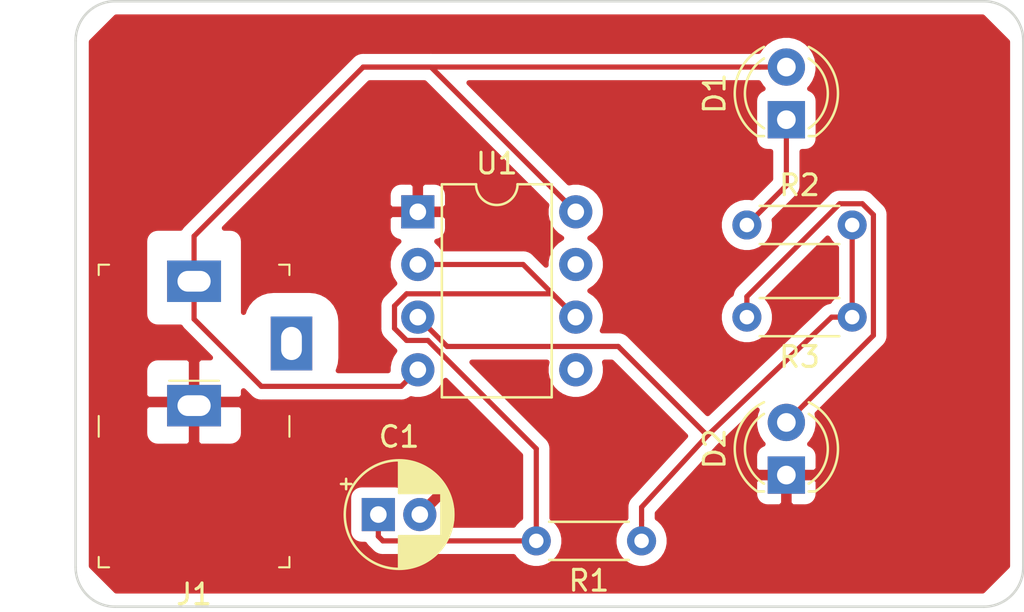
<source format=kicad_pcb>
(kicad_pcb (version 20171130) (host pcbnew 5.1.5-1.fc31)

  (general
    (thickness 1.6)
    (drawings 8)
    (tracks 42)
    (zones 0)
    (modules 8)
    (nets 9)
  )

  (page A4)
  (layers
    (0 F.Cu signal)
    (31 B.Cu signal)
    (32 B.Adhes user)
    (33 F.Adhes user)
    (34 B.Paste user)
    (35 F.Paste user)
    (36 B.SilkS user)
    (37 F.SilkS user)
    (38 B.Mask user)
    (39 F.Mask user)
    (40 Dwgs.User user)
    (41 Cmts.User user)
    (42 Eco1.User user)
    (43 Eco2.User user)
    (44 Edge.Cuts user)
    (45 Margin user)
    (46 B.CrtYd user)
    (47 F.CrtYd user)
    (48 B.Fab user)
    (49 F.Fab user)
  )

  (setup
    (last_trace_width 0.25)
    (trace_clearance 0.2)
    (zone_clearance 0.508)
    (zone_45_only no)
    (trace_min 0.2)
    (via_size 0.8)
    (via_drill 0.4)
    (via_min_size 0.4)
    (via_min_drill 0.3)
    (uvia_size 0.3)
    (uvia_drill 0.1)
    (uvias_allowed no)
    (uvia_min_size 0.2)
    (uvia_min_drill 0.1)
    (edge_width 0.05)
    (segment_width 0.2)
    (pcb_text_width 0.3)
    (pcb_text_size 1.5 1.5)
    (mod_edge_width 0.12)
    (mod_text_size 1 1)
    (mod_text_width 0.15)
    (pad_size 1.524 1.524)
    (pad_drill 0.762)
    (pad_to_mask_clearance 0.051)
    (solder_mask_min_width 0.25)
    (aux_axis_origin 0 0)
    (visible_elements FFFFFF7F)
    (pcbplotparams
      (layerselection 0x010fc_ffffffff)
      (usegerberextensions false)
      (usegerberattributes false)
      (usegerberadvancedattributes false)
      (creategerberjobfile false)
      (excludeedgelayer true)
      (linewidth 0.100000)
      (plotframeref false)
      (viasonmask false)
      (mode 1)
      (useauxorigin false)
      (hpglpennumber 1)
      (hpglpenspeed 20)
      (hpglpendiameter 15.000000)
      (psnegative false)
      (psa4output false)
      (plotreference true)
      (plotvalue true)
      (plotinvisibletext false)
      (padsonsilk false)
      (subtractmaskfromsilk false)
      (outputformat 1)
      (mirror false)
      (drillshape 1)
      (scaleselection 1)
      (outputdirectory ""))
  )

  (net 0 "")
  (net 1 GND)
  (net 2 "Net-(C1-Pad1)")
  (net 3 +9V)
  (net 4 "Net-(D1-Pad1)")
  (net 5 "Net-(D2-Pad2)")
  (net 6 "Net-(R1-Pad1)")
  (net 7 "Net-(U1-Pad7)")
  (net 8 "Net-(U1-Pad5)")

  (net_class Default "This is the default net class."
    (clearance 0.2)
    (trace_width 0.25)
    (via_dia 0.8)
    (via_drill 0.4)
    (uvia_dia 0.3)
    (uvia_drill 0.1)
    (add_net +9V)
    (add_net GND)
    (add_net "Net-(C1-Pad1)")
    (add_net "Net-(D1-Pad1)")
    (add_net "Net-(D2-Pad2)")
    (add_net "Net-(R1-Pad1)")
    (add_net "Net-(U1-Pad5)")
    (add_net "Net-(U1-Pad7)")
  )

  (module digikey-footprints:Barrel_Jack_5.5mmODx2.1mmID_PJ-102A (layer F.Cu) (tedit 5CAD146F) (tstamp 5E2AB805)
    (at 101.6 119.38 180)
    (path /5E2CDA58)
    (fp_text reference J1 (at 0 -12.1) (layer F.SilkS)
      (effects (font (size 1 1) (thickness 0.15)))
    )
    (fp_text value Barrel_Jack_MountingPin (at 0 5.8) (layer F.Fab)
      (effects (font (size 1 1) (thickness 0.15)))
    )
    (fp_line (start -4.5 3.7) (end 4.5 3.7) (layer F.Fab) (width 0.1))
    (fp_line (start -4.5 3.7) (end -4.5 -10.7) (layer F.Fab) (width 0.1))
    (fp_line (start 4.5 3.7) (end 4.5 -10.7) (layer F.Fab) (width 0.1))
    (fp_line (start -4.5 -10.7) (end 4.5 -10.7) (layer F.Fab) (width 0.1))
    (fp_line (start 4.6 3.8) (end 4.1 3.8) (layer F.SilkS) (width 0.1))
    (fp_line (start 4.6 3.8) (end 4.6 3.3) (layer F.SilkS) (width 0.1))
    (fp_line (start -4.6 3.8) (end -4.1 3.8) (layer F.SilkS) (width 0.1))
    (fp_line (start -4.6 3.8) (end -4.6 3.3) (layer F.SilkS) (width 0.1))
    (fp_line (start -1.2 -1.8) (end 1.2 -1.8) (layer F.SilkS) (width 0.1))
    (fp_line (start -4.6 -10.8) (end -4.6 -10.3) (layer F.SilkS) (width 0.1))
    (fp_line (start -4.6 -10.8) (end -4.1 -10.8) (layer F.SilkS) (width 0.1))
    (fp_line (start 4.6 -10.8) (end 4.1 -10.8) (layer F.SilkS) (width 0.1))
    (fp_line (start 4.6 -10.8) (end 4.6 -10.3) (layer F.SilkS) (width 0.1))
    (fp_line (start -4.6 -3.5) (end -4.6 -4.5) (layer F.SilkS) (width 0.1))
    (fp_line (start 4.6 -3.5) (end 4.6 -4.5) (layer F.SilkS) (width 0.1))
    (fp_line (start -5.9 -10.95) (end 4.8 -10.95) (layer F.CrtYd) (width 0.05))
    (fp_line (start -5.9 -10.95) (end -5.9 4.25) (layer F.CrtYd) (width 0.05))
    (fp_line (start 4.8 -10.95) (end 4.8 4.25) (layer F.CrtYd) (width 0.05))
    (fp_line (start -5.9 4.25) (end 4.8 4.25) (layer F.CrtYd) (width 0.05))
    (pad 2 thru_hole rect (at 0 -3 180) (size 2.6 2) (drill oval 1.6 1) (layers *.Cu *.Mask)
      (net 1 GND))
    (pad 1 thru_hole rect (at 0 3 180) (size 2.6 2) (drill oval 1.6 1) (layers *.Cu *.Mask)
      (net 3 +9V))
    (pad 3 thru_hole rect (at -4.7 0 180) (size 2 2.6) (drill oval 1 1.6) (layers *.Cu *.Mask))
    (model /home/jack/Downloads/CUI_DEVICES_PJ-102B/CUI_DEVICES_PJ-102B.step
      (offset (xyz 0 10.414 6.858))
      (scale (xyz 1 1 1))
      (rotate (xyz -90 0 -90))
    )
  )

  (module Package_DIP:DIP-8_W7.62mm (layer F.Cu) (tedit 5A02E8C5) (tstamp 5E2A8610)
    (at 112.395 113.03)
    (descr "8-lead though-hole mounted DIP package, row spacing 7.62 mm (300 mils)")
    (tags "THT DIP DIL PDIP 2.54mm 7.62mm 300mil")
    (path /5E2A2875)
    (fp_text reference U1 (at 3.81 -2.33) (layer F.SilkS)
      (effects (font (size 1 1) (thickness 0.15)))
    )
    (fp_text value NE555 (at 3.81 9.95) (layer F.Fab)
      (effects (font (size 1 1) (thickness 0.15)))
    )
    (fp_text user %R (at 3.81 3.81) (layer F.Fab)
      (effects (font (size 1 1) (thickness 0.15)))
    )
    (fp_line (start 8.7 -1.55) (end -1.1 -1.55) (layer F.CrtYd) (width 0.05))
    (fp_line (start 8.7 9.15) (end 8.7 -1.55) (layer F.CrtYd) (width 0.05))
    (fp_line (start -1.1 9.15) (end 8.7 9.15) (layer F.CrtYd) (width 0.05))
    (fp_line (start -1.1 -1.55) (end -1.1 9.15) (layer F.CrtYd) (width 0.05))
    (fp_line (start 6.46 -1.33) (end 4.81 -1.33) (layer F.SilkS) (width 0.12))
    (fp_line (start 6.46 8.95) (end 6.46 -1.33) (layer F.SilkS) (width 0.12))
    (fp_line (start 1.16 8.95) (end 6.46 8.95) (layer F.SilkS) (width 0.12))
    (fp_line (start 1.16 -1.33) (end 1.16 8.95) (layer F.SilkS) (width 0.12))
    (fp_line (start 2.81 -1.33) (end 1.16 -1.33) (layer F.SilkS) (width 0.12))
    (fp_line (start 0.635 -0.27) (end 1.635 -1.27) (layer F.Fab) (width 0.1))
    (fp_line (start 0.635 8.89) (end 0.635 -0.27) (layer F.Fab) (width 0.1))
    (fp_line (start 6.985 8.89) (end 0.635 8.89) (layer F.Fab) (width 0.1))
    (fp_line (start 6.985 -1.27) (end 6.985 8.89) (layer F.Fab) (width 0.1))
    (fp_line (start 1.635 -1.27) (end 6.985 -1.27) (layer F.Fab) (width 0.1))
    (fp_arc (start 3.81 -1.33) (end 2.81 -1.33) (angle -180) (layer F.SilkS) (width 0.12))
    (pad 8 thru_hole oval (at 7.62 0) (size 1.6 1.6) (drill 0.8) (layers *.Cu *.Mask)
      (net 3 +9V))
    (pad 4 thru_hole oval (at 0 7.62) (size 1.6 1.6) (drill 0.8) (layers *.Cu *.Mask)
      (net 3 +9V))
    (pad 7 thru_hole oval (at 7.62 2.54) (size 1.6 1.6) (drill 0.8) (layers *.Cu *.Mask)
      (net 7 "Net-(U1-Pad7)"))
    (pad 3 thru_hole oval (at 0 5.08) (size 1.6 1.6) (drill 0.8) (layers *.Cu *.Mask)
      (net 6 "Net-(R1-Pad1)"))
    (pad 6 thru_hole oval (at 7.62 5.08) (size 1.6 1.6) (drill 0.8) (layers *.Cu *.Mask)
      (net 2 "Net-(C1-Pad1)"))
    (pad 2 thru_hole oval (at 0 2.54) (size 1.6 1.6) (drill 0.8) (layers *.Cu *.Mask)
      (net 2 "Net-(C1-Pad1)"))
    (pad 5 thru_hole oval (at 7.62 7.62) (size 1.6 1.6) (drill 0.8) (layers *.Cu *.Mask)
      (net 8 "Net-(U1-Pad5)"))
    (pad 1 thru_hole rect (at 0 0) (size 1.6 1.6) (drill 0.8) (layers *.Cu *.Mask)
      (net 1 GND))
    (model ${KISYS3DMOD}/Package_DIP.3dshapes/DIP-8_W7.62mm.wrl
      (at (xyz 0 0 0))
      (scale (xyz 1 1 1))
      (rotate (xyz 0 0 0))
    )
  )

  (module Resistor_THT:R_Axial_DIN0204_L3.6mm_D1.6mm_P5.08mm_Horizontal (layer F.Cu) (tedit 5AE5139B) (tstamp 5E2A85F4)
    (at 133.35 118.11 180)
    (descr "Resistor, Axial_DIN0204 series, Axial, Horizontal, pin pitch=5.08mm, 0.167W, length*diameter=3.6*1.6mm^2, http://cdn-reichelt.de/documents/datenblatt/B400/1_4W%23YAG.pdf")
    (tags "Resistor Axial_DIN0204 series Axial Horizontal pin pitch 5.08mm 0.167W length 3.6mm diameter 1.6mm")
    (path /5E2A6352)
    (fp_text reference R3 (at 2.54 -1.92) (layer F.SilkS)
      (effects (font (size 1 1) (thickness 0.15)))
    )
    (fp_text value 470 (at 2.54 1.92) (layer F.Fab)
      (effects (font (size 1 1) (thickness 0.15)))
    )
    (fp_text user %R (at 2.54 0) (layer F.Fab)
      (effects (font (size 0.72 0.72) (thickness 0.108)))
    )
    (fp_line (start 6.03 -1.05) (end -0.95 -1.05) (layer F.CrtYd) (width 0.05))
    (fp_line (start 6.03 1.05) (end 6.03 -1.05) (layer F.CrtYd) (width 0.05))
    (fp_line (start -0.95 1.05) (end 6.03 1.05) (layer F.CrtYd) (width 0.05))
    (fp_line (start -0.95 -1.05) (end -0.95 1.05) (layer F.CrtYd) (width 0.05))
    (fp_line (start 0.62 0.92) (end 4.46 0.92) (layer F.SilkS) (width 0.12))
    (fp_line (start 0.62 -0.92) (end 4.46 -0.92) (layer F.SilkS) (width 0.12))
    (fp_line (start 5.08 0) (end 4.34 0) (layer F.Fab) (width 0.1))
    (fp_line (start 0 0) (end 0.74 0) (layer F.Fab) (width 0.1))
    (fp_line (start 4.34 -0.8) (end 0.74 -0.8) (layer F.Fab) (width 0.1))
    (fp_line (start 4.34 0.8) (end 4.34 -0.8) (layer F.Fab) (width 0.1))
    (fp_line (start 0.74 0.8) (end 4.34 0.8) (layer F.Fab) (width 0.1))
    (fp_line (start 0.74 -0.8) (end 0.74 0.8) (layer F.Fab) (width 0.1))
    (pad 2 thru_hole oval (at 5.08 0 180) (size 1.4 1.4) (drill 0.7) (layers *.Cu *.Mask)
      (net 5 "Net-(D2-Pad2)"))
    (pad 1 thru_hole circle (at 0 0 180) (size 1.4 1.4) (drill 0.7) (layers *.Cu *.Mask)
      (net 6 "Net-(R1-Pad1)"))
    (model ${KISYS3DMOD}/Resistor_THT.3dshapes/R_Axial_DIN0204_L3.6mm_D1.6mm_P5.08mm_Horizontal.wrl
      (at (xyz 0 0 0))
      (scale (xyz 1 1 1))
      (rotate (xyz 0 0 0))
    )
  )

  (module Resistor_THT:R_Axial_DIN0204_L3.6mm_D1.6mm_P5.08mm_Horizontal (layer F.Cu) (tedit 5AE5139B) (tstamp 5E2A85E1)
    (at 128.27 113.665)
    (descr "Resistor, Axial_DIN0204 series, Axial, Horizontal, pin pitch=5.08mm, 0.167W, length*diameter=3.6*1.6mm^2, http://cdn-reichelt.de/documents/datenblatt/B400/1_4W%23YAG.pdf")
    (tags "Resistor Axial_DIN0204 series Axial Horizontal pin pitch 5.08mm 0.167W length 3.6mm diameter 1.6mm")
    (path /5E2A5E44)
    (fp_text reference R2 (at 2.54 -1.92) (layer F.SilkS)
      (effects (font (size 1 1) (thickness 0.15)))
    )
    (fp_text value 470 (at 2.54 1.92) (layer F.Fab)
      (effects (font (size 1 1) (thickness 0.15)))
    )
    (fp_text user %R (at 2.54 0) (layer F.Fab)
      (effects (font (size 0.72 0.72) (thickness 0.108)))
    )
    (fp_line (start 6.03 -1.05) (end -0.95 -1.05) (layer F.CrtYd) (width 0.05))
    (fp_line (start 6.03 1.05) (end 6.03 -1.05) (layer F.CrtYd) (width 0.05))
    (fp_line (start -0.95 1.05) (end 6.03 1.05) (layer F.CrtYd) (width 0.05))
    (fp_line (start -0.95 -1.05) (end -0.95 1.05) (layer F.CrtYd) (width 0.05))
    (fp_line (start 0.62 0.92) (end 4.46 0.92) (layer F.SilkS) (width 0.12))
    (fp_line (start 0.62 -0.92) (end 4.46 -0.92) (layer F.SilkS) (width 0.12))
    (fp_line (start 5.08 0) (end 4.34 0) (layer F.Fab) (width 0.1))
    (fp_line (start 0 0) (end 0.74 0) (layer F.Fab) (width 0.1))
    (fp_line (start 4.34 -0.8) (end 0.74 -0.8) (layer F.Fab) (width 0.1))
    (fp_line (start 4.34 0.8) (end 4.34 -0.8) (layer F.Fab) (width 0.1))
    (fp_line (start 0.74 0.8) (end 4.34 0.8) (layer F.Fab) (width 0.1))
    (fp_line (start 0.74 -0.8) (end 0.74 0.8) (layer F.Fab) (width 0.1))
    (pad 2 thru_hole oval (at 5.08 0) (size 1.4 1.4) (drill 0.7) (layers *.Cu *.Mask)
      (net 6 "Net-(R1-Pad1)"))
    (pad 1 thru_hole circle (at 0 0) (size 1.4 1.4) (drill 0.7) (layers *.Cu *.Mask)
      (net 4 "Net-(D1-Pad1)"))
    (model ${KISYS3DMOD}/Resistor_THT.3dshapes/R_Axial_DIN0204_L3.6mm_D1.6mm_P5.08mm_Horizontal.wrl
      (at (xyz 0 0 0))
      (scale (xyz 1 1 1))
      (rotate (xyz 0 0 0))
    )
  )

  (module Resistor_THT:R_Axial_DIN0204_L3.6mm_D1.6mm_P5.08mm_Horizontal (layer F.Cu) (tedit 5AE5139B) (tstamp 5E2A85CE)
    (at 123.19 128.905 180)
    (descr "Resistor, Axial_DIN0204 series, Axial, Horizontal, pin pitch=5.08mm, 0.167W, length*diameter=3.6*1.6mm^2, http://cdn-reichelt.de/documents/datenblatt/B400/1_4W%23YAG.pdf")
    (tags "Resistor Axial_DIN0204 series Axial Horizontal pin pitch 5.08mm 0.167W length 3.6mm diameter 1.6mm")
    (path /5E2A549B)
    (fp_text reference R1 (at 2.54 -1.92) (layer F.SilkS)
      (effects (font (size 1 1) (thickness 0.15)))
    )
    (fp_text value 47k (at 2.54 1.92) (layer F.Fab)
      (effects (font (size 1 1) (thickness 0.15)))
    )
    (fp_text user %R (at 2.54 0) (layer F.Fab)
      (effects (font (size 0.72 0.72) (thickness 0.108)))
    )
    (fp_line (start 6.03 -1.05) (end -0.95 -1.05) (layer F.CrtYd) (width 0.05))
    (fp_line (start 6.03 1.05) (end 6.03 -1.05) (layer F.CrtYd) (width 0.05))
    (fp_line (start -0.95 1.05) (end 6.03 1.05) (layer F.CrtYd) (width 0.05))
    (fp_line (start -0.95 -1.05) (end -0.95 1.05) (layer F.CrtYd) (width 0.05))
    (fp_line (start 0.62 0.92) (end 4.46 0.92) (layer F.SilkS) (width 0.12))
    (fp_line (start 0.62 -0.92) (end 4.46 -0.92) (layer F.SilkS) (width 0.12))
    (fp_line (start 5.08 0) (end 4.34 0) (layer F.Fab) (width 0.1))
    (fp_line (start 0 0) (end 0.74 0) (layer F.Fab) (width 0.1))
    (fp_line (start 4.34 -0.8) (end 0.74 -0.8) (layer F.Fab) (width 0.1))
    (fp_line (start 4.34 0.8) (end 4.34 -0.8) (layer F.Fab) (width 0.1))
    (fp_line (start 0.74 0.8) (end 4.34 0.8) (layer F.Fab) (width 0.1))
    (fp_line (start 0.74 -0.8) (end 0.74 0.8) (layer F.Fab) (width 0.1))
    (pad 2 thru_hole oval (at 5.08 0 180) (size 1.4 1.4) (drill 0.7) (layers *.Cu *.Mask)
      (net 2 "Net-(C1-Pad1)"))
    (pad 1 thru_hole circle (at 0 0 180) (size 1.4 1.4) (drill 0.7) (layers *.Cu *.Mask)
      (net 6 "Net-(R1-Pad1)"))
    (model ${KISYS3DMOD}/Resistor_THT.3dshapes/R_Axial_DIN0204_L3.6mm_D1.6mm_P5.08mm_Horizontal.wrl
      (at (xyz 0 0 0))
      (scale (xyz 1 1 1))
      (rotate (xyz 0 0 0))
    )
  )

  (module LED_THT:LED_D4.0mm (layer F.Cu) (tedit 587A3A7B) (tstamp 5E2A8598)
    (at 130.175 125.73 90)
    (descr "LED, diameter 4.0mm, 2 pins, http://www.kingbright.com/attachments/file/psearch/000/00/00/L-43GD(Ver.12B).pdf")
    (tags "LED diameter 4.0mm 2 pins")
    (path /5E2A7570)
    (fp_text reference D2 (at 1.27 -3.46 90) (layer F.SilkS)
      (effects (font (size 1 1) (thickness 0.15)))
    )
    (fp_text value LED (at 1.27 3.46 90) (layer F.Fab)
      (effects (font (size 1 1) (thickness 0.15)))
    )
    (fp_line (start 4 -2.75) (end -1.45 -2.75) (layer F.CrtYd) (width 0.05))
    (fp_line (start 4 2.75) (end 4 -2.75) (layer F.CrtYd) (width 0.05))
    (fp_line (start -1.45 2.75) (end 4 2.75) (layer F.CrtYd) (width 0.05))
    (fp_line (start -1.45 -2.75) (end -1.45 2.75) (layer F.CrtYd) (width 0.05))
    (fp_line (start -0.79 1.08) (end -0.79 1.399) (layer F.SilkS) (width 0.12))
    (fp_line (start -0.79 -1.399) (end -0.79 -1.08) (layer F.SilkS) (width 0.12))
    (fp_line (start -0.73 -1.32665) (end -0.73 1.32665) (layer F.Fab) (width 0.1))
    (fp_circle (center 1.27 0) (end 3.27 0) (layer F.Fab) (width 0.1))
    (fp_arc (start 1.27 0) (end -0.41333 1.08) (angle -114.6) (layer F.SilkS) (width 0.12))
    (fp_arc (start 1.27 0) (end -0.41333 -1.08) (angle 114.6) (layer F.SilkS) (width 0.12))
    (fp_arc (start 1.27 0) (end -0.79 1.398749) (angle -120.1) (layer F.SilkS) (width 0.12))
    (fp_arc (start 1.27 0) (end -0.79 -1.398749) (angle 120.1) (layer F.SilkS) (width 0.12))
    (fp_arc (start 1.27 0) (end -0.73 -1.32665) (angle 292.9) (layer F.Fab) (width 0.1))
    (pad 2 thru_hole circle (at 2.54 0 90) (size 1.8 1.8) (drill 0.9) (layers *.Cu *.Mask)
      (net 5 "Net-(D2-Pad2)"))
    (pad 1 thru_hole rect (at 0 0 90) (size 1.8 1.8) (drill 0.9) (layers *.Cu *.Mask)
      (net 1 GND))
    (model ${KISYS3DMOD}/LED_THT.3dshapes/LED_D4.0mm.wrl
      (at (xyz 0 0 0))
      (scale (xyz 1 1 1))
      (rotate (xyz 0 0 0))
    )
  )

  (module LED_THT:LED_D4.0mm (layer F.Cu) (tedit 587A3A7B) (tstamp 5E2A8585)
    (at 130.175 108.585 90)
    (descr "LED, diameter 4.0mm, 2 pins, http://www.kingbright.com/attachments/file/psearch/000/00/00/L-43GD(Ver.12B).pdf")
    (tags "LED diameter 4.0mm 2 pins")
    (path /5E2A6A5B)
    (fp_text reference D1 (at 1.27 -3.46 90) (layer F.SilkS)
      (effects (font (size 1 1) (thickness 0.15)))
    )
    (fp_text value LED (at 1.27 3.46 90) (layer F.Fab)
      (effects (font (size 1 1) (thickness 0.15)))
    )
    (fp_line (start 4 -2.75) (end -1.45 -2.75) (layer F.CrtYd) (width 0.05))
    (fp_line (start 4 2.75) (end 4 -2.75) (layer F.CrtYd) (width 0.05))
    (fp_line (start -1.45 2.75) (end 4 2.75) (layer F.CrtYd) (width 0.05))
    (fp_line (start -1.45 -2.75) (end -1.45 2.75) (layer F.CrtYd) (width 0.05))
    (fp_line (start -0.79 1.08) (end -0.79 1.399) (layer F.SilkS) (width 0.12))
    (fp_line (start -0.79 -1.399) (end -0.79 -1.08) (layer F.SilkS) (width 0.12))
    (fp_line (start -0.73 -1.32665) (end -0.73 1.32665) (layer F.Fab) (width 0.1))
    (fp_circle (center 1.27 0) (end 3.27 0) (layer F.Fab) (width 0.1))
    (fp_arc (start 1.27 0) (end -0.41333 1.08) (angle -114.6) (layer F.SilkS) (width 0.12))
    (fp_arc (start 1.27 0) (end -0.41333 -1.08) (angle 114.6) (layer F.SilkS) (width 0.12))
    (fp_arc (start 1.27 0) (end -0.79 1.398749) (angle -120.1) (layer F.SilkS) (width 0.12))
    (fp_arc (start 1.27 0) (end -0.79 -1.398749) (angle 120.1) (layer F.SilkS) (width 0.12))
    (fp_arc (start 1.27 0) (end -0.73 -1.32665) (angle 292.9) (layer F.Fab) (width 0.1))
    (pad 2 thru_hole circle (at 2.54 0 90) (size 1.8 1.8) (drill 0.9) (layers *.Cu *.Mask)
      (net 3 +9V))
    (pad 1 thru_hole rect (at 0 0 90) (size 1.8 1.8) (drill 0.9) (layers *.Cu *.Mask)
      (net 4 "Net-(D1-Pad1)"))
    (model ${KISYS3DMOD}/LED_THT.3dshapes/LED_D4.0mm.wrl
      (at (xyz 0 0 0))
      (scale (xyz 1 1 1))
      (rotate (xyz 0 0 0))
    )
  )

  (module Capacitor_THT:CP_Radial_D5.0mm_P2.00mm (layer F.Cu) (tedit 5AE50EF0) (tstamp 5E2A8572)
    (at 110.49 127.635)
    (descr "CP, Radial series, Radial, pin pitch=2.00mm, , diameter=5mm, Electrolytic Capacitor")
    (tags "CP Radial series Radial pin pitch 2.00mm  diameter 5mm Electrolytic Capacitor")
    (path /5E2A6626)
    (fp_text reference C1 (at 1 -3.75) (layer F.SilkS)
      (effects (font (size 1 1) (thickness 0.15)))
    )
    (fp_text value 10u (at 1 3.75) (layer F.Fab)
      (effects (font (size 1 1) (thickness 0.15)))
    )
    (fp_text user %R (at 1 0) (layer F.Fab)
      (effects (font (size 1 1) (thickness 0.15)))
    )
    (fp_line (start -1.554775 -1.725) (end -1.554775 -1.225) (layer F.SilkS) (width 0.12))
    (fp_line (start -1.804775 -1.475) (end -1.304775 -1.475) (layer F.SilkS) (width 0.12))
    (fp_line (start 3.601 -0.284) (end 3.601 0.284) (layer F.SilkS) (width 0.12))
    (fp_line (start 3.561 -0.518) (end 3.561 0.518) (layer F.SilkS) (width 0.12))
    (fp_line (start 3.521 -0.677) (end 3.521 0.677) (layer F.SilkS) (width 0.12))
    (fp_line (start 3.481 -0.805) (end 3.481 0.805) (layer F.SilkS) (width 0.12))
    (fp_line (start 3.441 -0.915) (end 3.441 0.915) (layer F.SilkS) (width 0.12))
    (fp_line (start 3.401 -1.011) (end 3.401 1.011) (layer F.SilkS) (width 0.12))
    (fp_line (start 3.361 -1.098) (end 3.361 1.098) (layer F.SilkS) (width 0.12))
    (fp_line (start 3.321 -1.178) (end 3.321 1.178) (layer F.SilkS) (width 0.12))
    (fp_line (start 3.281 -1.251) (end 3.281 1.251) (layer F.SilkS) (width 0.12))
    (fp_line (start 3.241 -1.319) (end 3.241 1.319) (layer F.SilkS) (width 0.12))
    (fp_line (start 3.201 -1.383) (end 3.201 1.383) (layer F.SilkS) (width 0.12))
    (fp_line (start 3.161 -1.443) (end 3.161 1.443) (layer F.SilkS) (width 0.12))
    (fp_line (start 3.121 -1.5) (end 3.121 1.5) (layer F.SilkS) (width 0.12))
    (fp_line (start 3.081 -1.554) (end 3.081 1.554) (layer F.SilkS) (width 0.12))
    (fp_line (start 3.041 -1.605) (end 3.041 1.605) (layer F.SilkS) (width 0.12))
    (fp_line (start 3.001 1.04) (end 3.001 1.653) (layer F.SilkS) (width 0.12))
    (fp_line (start 3.001 -1.653) (end 3.001 -1.04) (layer F.SilkS) (width 0.12))
    (fp_line (start 2.961 1.04) (end 2.961 1.699) (layer F.SilkS) (width 0.12))
    (fp_line (start 2.961 -1.699) (end 2.961 -1.04) (layer F.SilkS) (width 0.12))
    (fp_line (start 2.921 1.04) (end 2.921 1.743) (layer F.SilkS) (width 0.12))
    (fp_line (start 2.921 -1.743) (end 2.921 -1.04) (layer F.SilkS) (width 0.12))
    (fp_line (start 2.881 1.04) (end 2.881 1.785) (layer F.SilkS) (width 0.12))
    (fp_line (start 2.881 -1.785) (end 2.881 -1.04) (layer F.SilkS) (width 0.12))
    (fp_line (start 2.841 1.04) (end 2.841 1.826) (layer F.SilkS) (width 0.12))
    (fp_line (start 2.841 -1.826) (end 2.841 -1.04) (layer F.SilkS) (width 0.12))
    (fp_line (start 2.801 1.04) (end 2.801 1.864) (layer F.SilkS) (width 0.12))
    (fp_line (start 2.801 -1.864) (end 2.801 -1.04) (layer F.SilkS) (width 0.12))
    (fp_line (start 2.761 1.04) (end 2.761 1.901) (layer F.SilkS) (width 0.12))
    (fp_line (start 2.761 -1.901) (end 2.761 -1.04) (layer F.SilkS) (width 0.12))
    (fp_line (start 2.721 1.04) (end 2.721 1.937) (layer F.SilkS) (width 0.12))
    (fp_line (start 2.721 -1.937) (end 2.721 -1.04) (layer F.SilkS) (width 0.12))
    (fp_line (start 2.681 1.04) (end 2.681 1.971) (layer F.SilkS) (width 0.12))
    (fp_line (start 2.681 -1.971) (end 2.681 -1.04) (layer F.SilkS) (width 0.12))
    (fp_line (start 2.641 1.04) (end 2.641 2.004) (layer F.SilkS) (width 0.12))
    (fp_line (start 2.641 -2.004) (end 2.641 -1.04) (layer F.SilkS) (width 0.12))
    (fp_line (start 2.601 1.04) (end 2.601 2.035) (layer F.SilkS) (width 0.12))
    (fp_line (start 2.601 -2.035) (end 2.601 -1.04) (layer F.SilkS) (width 0.12))
    (fp_line (start 2.561 1.04) (end 2.561 2.065) (layer F.SilkS) (width 0.12))
    (fp_line (start 2.561 -2.065) (end 2.561 -1.04) (layer F.SilkS) (width 0.12))
    (fp_line (start 2.521 1.04) (end 2.521 2.095) (layer F.SilkS) (width 0.12))
    (fp_line (start 2.521 -2.095) (end 2.521 -1.04) (layer F.SilkS) (width 0.12))
    (fp_line (start 2.481 1.04) (end 2.481 2.122) (layer F.SilkS) (width 0.12))
    (fp_line (start 2.481 -2.122) (end 2.481 -1.04) (layer F.SilkS) (width 0.12))
    (fp_line (start 2.441 1.04) (end 2.441 2.149) (layer F.SilkS) (width 0.12))
    (fp_line (start 2.441 -2.149) (end 2.441 -1.04) (layer F.SilkS) (width 0.12))
    (fp_line (start 2.401 1.04) (end 2.401 2.175) (layer F.SilkS) (width 0.12))
    (fp_line (start 2.401 -2.175) (end 2.401 -1.04) (layer F.SilkS) (width 0.12))
    (fp_line (start 2.361 1.04) (end 2.361 2.2) (layer F.SilkS) (width 0.12))
    (fp_line (start 2.361 -2.2) (end 2.361 -1.04) (layer F.SilkS) (width 0.12))
    (fp_line (start 2.321 1.04) (end 2.321 2.224) (layer F.SilkS) (width 0.12))
    (fp_line (start 2.321 -2.224) (end 2.321 -1.04) (layer F.SilkS) (width 0.12))
    (fp_line (start 2.281 1.04) (end 2.281 2.247) (layer F.SilkS) (width 0.12))
    (fp_line (start 2.281 -2.247) (end 2.281 -1.04) (layer F.SilkS) (width 0.12))
    (fp_line (start 2.241 1.04) (end 2.241 2.268) (layer F.SilkS) (width 0.12))
    (fp_line (start 2.241 -2.268) (end 2.241 -1.04) (layer F.SilkS) (width 0.12))
    (fp_line (start 2.201 1.04) (end 2.201 2.29) (layer F.SilkS) (width 0.12))
    (fp_line (start 2.201 -2.29) (end 2.201 -1.04) (layer F.SilkS) (width 0.12))
    (fp_line (start 2.161 1.04) (end 2.161 2.31) (layer F.SilkS) (width 0.12))
    (fp_line (start 2.161 -2.31) (end 2.161 -1.04) (layer F.SilkS) (width 0.12))
    (fp_line (start 2.121 1.04) (end 2.121 2.329) (layer F.SilkS) (width 0.12))
    (fp_line (start 2.121 -2.329) (end 2.121 -1.04) (layer F.SilkS) (width 0.12))
    (fp_line (start 2.081 1.04) (end 2.081 2.348) (layer F.SilkS) (width 0.12))
    (fp_line (start 2.081 -2.348) (end 2.081 -1.04) (layer F.SilkS) (width 0.12))
    (fp_line (start 2.041 1.04) (end 2.041 2.365) (layer F.SilkS) (width 0.12))
    (fp_line (start 2.041 -2.365) (end 2.041 -1.04) (layer F.SilkS) (width 0.12))
    (fp_line (start 2.001 1.04) (end 2.001 2.382) (layer F.SilkS) (width 0.12))
    (fp_line (start 2.001 -2.382) (end 2.001 -1.04) (layer F.SilkS) (width 0.12))
    (fp_line (start 1.961 1.04) (end 1.961 2.398) (layer F.SilkS) (width 0.12))
    (fp_line (start 1.961 -2.398) (end 1.961 -1.04) (layer F.SilkS) (width 0.12))
    (fp_line (start 1.921 1.04) (end 1.921 2.414) (layer F.SilkS) (width 0.12))
    (fp_line (start 1.921 -2.414) (end 1.921 -1.04) (layer F.SilkS) (width 0.12))
    (fp_line (start 1.881 1.04) (end 1.881 2.428) (layer F.SilkS) (width 0.12))
    (fp_line (start 1.881 -2.428) (end 1.881 -1.04) (layer F.SilkS) (width 0.12))
    (fp_line (start 1.841 1.04) (end 1.841 2.442) (layer F.SilkS) (width 0.12))
    (fp_line (start 1.841 -2.442) (end 1.841 -1.04) (layer F.SilkS) (width 0.12))
    (fp_line (start 1.801 1.04) (end 1.801 2.455) (layer F.SilkS) (width 0.12))
    (fp_line (start 1.801 -2.455) (end 1.801 -1.04) (layer F.SilkS) (width 0.12))
    (fp_line (start 1.761 1.04) (end 1.761 2.468) (layer F.SilkS) (width 0.12))
    (fp_line (start 1.761 -2.468) (end 1.761 -1.04) (layer F.SilkS) (width 0.12))
    (fp_line (start 1.721 1.04) (end 1.721 2.48) (layer F.SilkS) (width 0.12))
    (fp_line (start 1.721 -2.48) (end 1.721 -1.04) (layer F.SilkS) (width 0.12))
    (fp_line (start 1.68 1.04) (end 1.68 2.491) (layer F.SilkS) (width 0.12))
    (fp_line (start 1.68 -2.491) (end 1.68 -1.04) (layer F.SilkS) (width 0.12))
    (fp_line (start 1.64 1.04) (end 1.64 2.501) (layer F.SilkS) (width 0.12))
    (fp_line (start 1.64 -2.501) (end 1.64 -1.04) (layer F.SilkS) (width 0.12))
    (fp_line (start 1.6 1.04) (end 1.6 2.511) (layer F.SilkS) (width 0.12))
    (fp_line (start 1.6 -2.511) (end 1.6 -1.04) (layer F.SilkS) (width 0.12))
    (fp_line (start 1.56 1.04) (end 1.56 2.52) (layer F.SilkS) (width 0.12))
    (fp_line (start 1.56 -2.52) (end 1.56 -1.04) (layer F.SilkS) (width 0.12))
    (fp_line (start 1.52 1.04) (end 1.52 2.528) (layer F.SilkS) (width 0.12))
    (fp_line (start 1.52 -2.528) (end 1.52 -1.04) (layer F.SilkS) (width 0.12))
    (fp_line (start 1.48 1.04) (end 1.48 2.536) (layer F.SilkS) (width 0.12))
    (fp_line (start 1.48 -2.536) (end 1.48 -1.04) (layer F.SilkS) (width 0.12))
    (fp_line (start 1.44 1.04) (end 1.44 2.543) (layer F.SilkS) (width 0.12))
    (fp_line (start 1.44 -2.543) (end 1.44 -1.04) (layer F.SilkS) (width 0.12))
    (fp_line (start 1.4 1.04) (end 1.4 2.55) (layer F.SilkS) (width 0.12))
    (fp_line (start 1.4 -2.55) (end 1.4 -1.04) (layer F.SilkS) (width 0.12))
    (fp_line (start 1.36 1.04) (end 1.36 2.556) (layer F.SilkS) (width 0.12))
    (fp_line (start 1.36 -2.556) (end 1.36 -1.04) (layer F.SilkS) (width 0.12))
    (fp_line (start 1.32 1.04) (end 1.32 2.561) (layer F.SilkS) (width 0.12))
    (fp_line (start 1.32 -2.561) (end 1.32 -1.04) (layer F.SilkS) (width 0.12))
    (fp_line (start 1.28 1.04) (end 1.28 2.565) (layer F.SilkS) (width 0.12))
    (fp_line (start 1.28 -2.565) (end 1.28 -1.04) (layer F.SilkS) (width 0.12))
    (fp_line (start 1.24 1.04) (end 1.24 2.569) (layer F.SilkS) (width 0.12))
    (fp_line (start 1.24 -2.569) (end 1.24 -1.04) (layer F.SilkS) (width 0.12))
    (fp_line (start 1.2 1.04) (end 1.2 2.573) (layer F.SilkS) (width 0.12))
    (fp_line (start 1.2 -2.573) (end 1.2 -1.04) (layer F.SilkS) (width 0.12))
    (fp_line (start 1.16 1.04) (end 1.16 2.576) (layer F.SilkS) (width 0.12))
    (fp_line (start 1.16 -2.576) (end 1.16 -1.04) (layer F.SilkS) (width 0.12))
    (fp_line (start 1.12 1.04) (end 1.12 2.578) (layer F.SilkS) (width 0.12))
    (fp_line (start 1.12 -2.578) (end 1.12 -1.04) (layer F.SilkS) (width 0.12))
    (fp_line (start 1.08 1.04) (end 1.08 2.579) (layer F.SilkS) (width 0.12))
    (fp_line (start 1.08 -2.579) (end 1.08 -1.04) (layer F.SilkS) (width 0.12))
    (fp_line (start 1.04 -2.58) (end 1.04 -1.04) (layer F.SilkS) (width 0.12))
    (fp_line (start 1.04 1.04) (end 1.04 2.58) (layer F.SilkS) (width 0.12))
    (fp_line (start 1 -2.58) (end 1 -1.04) (layer F.SilkS) (width 0.12))
    (fp_line (start 1 1.04) (end 1 2.58) (layer F.SilkS) (width 0.12))
    (fp_line (start -0.883605 -1.3375) (end -0.883605 -0.8375) (layer F.Fab) (width 0.1))
    (fp_line (start -1.133605 -1.0875) (end -0.633605 -1.0875) (layer F.Fab) (width 0.1))
    (fp_circle (center 1 0) (end 3.75 0) (layer F.CrtYd) (width 0.05))
    (fp_circle (center 1 0) (end 3.62 0) (layer F.SilkS) (width 0.12))
    (fp_circle (center 1 0) (end 3.5 0) (layer F.Fab) (width 0.1))
    (pad 2 thru_hole circle (at 2 0) (size 1.6 1.6) (drill 0.8) (layers *.Cu *.Mask)
      (net 1 GND))
    (pad 1 thru_hole rect (at 0 0) (size 1.6 1.6) (drill 0.8) (layers *.Cu *.Mask)
      (net 2 "Net-(C1-Pad1)"))
    (model ${KISYS3DMOD}/Capacitor_THT.3dshapes/CP_Radial_D5.0mm_P2.00mm.wrl
      (at (xyz 0 0 0))
      (scale (xyz 1 1 1))
      (rotate (xyz 0 0 0))
    )
  )

  (gr_line (start 139.7 102.87) (end 97.79 102.87) (layer Edge.Cuts) (width 0.12))
  (gr_line (start 141.605 130.175) (end 141.605 104.775) (layer Edge.Cuts) (width 0.12))
  (gr_line (start 97.79 132.08) (end 139.7 132.08) (layer Edge.Cuts) (width 0.12))
  (gr_line (start 95.885 104.775) (end 95.885 130.175) (layer Edge.Cuts) (width 0.12))
  (gr_arc (start 97.79 130.175) (end 95.885 130.175) (angle -90) (layer Edge.Cuts) (width 0.12))
  (gr_arc (start 139.7 130.175) (end 139.7 132.08) (angle -90) (layer Edge.Cuts) (width 0.12))
  (gr_arc (start 139.7 104.775) (end 141.605 104.775) (angle -90) (layer Edge.Cuts) (width 0.12))
  (gr_arc (start 97.79 104.775) (end 97.79 102.87) (angle -90) (layer Edge.Cuts) (width 0.12))

  (segment (start 117.475 115.57) (end 120.015 118.11) (width 0.25) (layer F.Cu) (net 2))
  (segment (start 112.395 115.57) (end 117.475 115.57) (width 0.25) (layer F.Cu) (net 2))
  (segment (start 119.215001 117.310001) (end 120.015 118.11) (width 0.25) (layer F.Cu) (net 2))
  (segment (start 111.854999 116.984999) (end 118.889999 116.984999) (width 0.25) (layer F.Cu) (net 2))
  (segment (start 111.854999 119.235001) (end 111.269999 118.650001) (width 0.25) (layer F.Cu) (net 2))
  (segment (start 112.883591 119.235001) (end 111.854999 119.235001) (width 0.25) (layer F.Cu) (net 2))
  (segment (start 118.889999 116.984999) (end 119.215001 117.310001) (width 0.25) (layer F.Cu) (net 2))
  (segment (start 118.11 124.46141) (end 112.883591 119.235001) (width 0.25) (layer F.Cu) (net 2))
  (segment (start 111.269999 117.569999) (end 111.854999 116.984999) (width 0.25) (layer F.Cu) (net 2))
  (segment (start 111.269999 118.650001) (end 111.269999 117.569999) (width 0.25) (layer F.Cu) (net 2))
  (segment (start 118.11 128.905) (end 118.11 124.46141) (width 0.25) (layer F.Cu) (net 2))
  (segment (start 110.49 128.685) (end 110.49 127.635) (width 0.25) (layer F.Cu) (net 2))
  (segment (start 110.71 128.905) (end 110.49 128.685) (width 0.25) (layer F.Cu) (net 2))
  (segment (start 118.11 128.905) (end 110.71 128.905) (width 0.25) (layer F.Cu) (net 2))
  (segment (start 111.595001 121.449999) (end 112.395 120.65) (width 0.25) (layer F.Cu) (net 3))
  (segment (start 104.844999 121.449999) (end 111.595001 121.449999) (width 0.25) (layer F.Cu) (net 3))
  (segment (start 101.6 118.205) (end 104.844999 121.449999) (width 0.25) (layer F.Cu) (net 3))
  (segment (start 101.6 116.205) (end 101.6 118.205) (width 0.25) (layer F.Cu) (net 3))
  (segment (start 128.902208 106.045) (end 130.175 106.045) (width 0.25) (layer F.Cu) (net 3))
  (segment (start 101.6 114.205) (end 109.76 106.045) (width 0.25) (layer F.Cu) (net 3))
  (segment (start 109.76 106.045) (end 128.902208 106.045) (width 0.25) (layer F.Cu) (net 3))
  (segment (start 101.6 116.205) (end 101.6 114.205) (width 0.25) (layer F.Cu) (net 3))
  (segment (start 113.03 106.045) (end 120.015 113.03) (width 0.25) (layer F.Cu) (net 3))
  (segment (start 109.76 106.045) (end 113.03 106.045) (width 0.25) (layer F.Cu) (net 3))
  (segment (start 130.175 111.76) (end 128.27 113.665) (width 0.25) (layer F.Cu) (net 4))
  (segment (start 130.175 108.585) (end 130.175 111.76) (width 0.25) (layer F.Cu) (net 4))
  (segment (start 131.074999 122.290001) (end 130.175 123.19) (width 0.25) (layer F.Cu) (net 5))
  (segment (start 134.375001 118.989999) (end 131.074999 122.290001) (width 0.25) (layer F.Cu) (net 5))
  (segment (start 134.375001 113.172999) (end 134.375001 118.989999) (width 0.25) (layer F.Cu) (net 5))
  (segment (start 133.842001 112.639999) (end 134.375001 113.172999) (width 0.25) (layer F.Cu) (net 5))
  (segment (start 132.750052 112.639999) (end 133.842001 112.639999) (width 0.25) (layer F.Cu) (net 5))
  (segment (start 128.27 117.120051) (end 132.750052 112.639999) (width 0.25) (layer F.Cu) (net 5))
  (segment (start 128.27 118.11) (end 128.27 117.120051) (width 0.25) (layer F.Cu) (net 5))
  (segment (start 133.35 113.665) (end 133.35 118.11) (width 0.25) (layer F.Cu) (net 6))
  (segment (start 123.19 127.915051) (end 123.19 128.905) (width 0.25) (layer F.Cu) (net 6))
  (segment (start 123.19 127.280051) (end 123.19 127.915051) (width 0.25) (layer F.Cu) (net 6))
  (segment (start 133.35 118.11) (end 132.360051 118.11) (width 0.25) (layer F.Cu) (net 6))
  (segment (start 113.809999 119.524999) (end 122.064999 119.524999) (width 0.25) (layer F.Cu) (net 6))
  (segment (start 112.395 118.11) (end 113.809999 119.524999) (width 0.25) (layer F.Cu) (net 6))
  (segment (start 122.064999 119.524999) (end 126.365 123.825) (width 0.25) (layer F.Cu) (net 6))
  (segment (start 132.360051 118.11) (end 126.365 123.825) (width 0.25) (layer F.Cu) (net 6))
  (segment (start 126.365 123.825) (end 123.19 127.280051) (width 0.25) (layer F.Cu) (net 6))

  (zone (net 1) (net_name GND) (layer F.Cu) (tstamp 5E2A9812) (hatch edge 0.508)
    (connect_pads (clearance 0.508))
    (min_thickness 0.254)
    (fill yes (arc_segments 32) (thermal_gap 0.508) (thermal_bridge_width 0.508))
    (polygon
      (pts
        (xy 140.97 130.175) (xy 139.7 131.445) (xy 97.79 131.445) (xy 96.52 130.175) (xy 96.52 104.775)
        (xy 97.79 103.505) (xy 139.7 103.505) (xy 140.97 104.775)
      )
    )
    (filled_polygon
      (pts
        (xy 140.843 104.827606) (xy 140.843 130.122394) (xy 139.647394 131.318) (xy 97.842606 131.318) (xy 96.647 130.122394)
        (xy 96.647 123.705) (xy 99.211928 123.705) (xy 99.224188 123.829482) (xy 99.260498 123.94918) (xy 99.319463 124.059494)
        (xy 99.398815 124.156185) (xy 99.495506 124.235537) (xy 99.60582 124.294502) (xy 99.725518 124.330812) (xy 99.85 124.343072)
        (xy 101.31425 124.34) (xy 101.473 124.18125) (xy 101.473 122.332) (xy 101.727 122.332) (xy 101.727 124.18125)
        (xy 101.88575 124.34) (xy 103.35 124.343072) (xy 103.474482 124.330812) (xy 103.59418 124.294502) (xy 103.704494 124.235537)
        (xy 103.801185 124.156185) (xy 103.880537 124.059494) (xy 103.939502 123.94918) (xy 103.975812 123.829482) (xy 103.988072 123.705)
        (xy 103.985 122.49075) (xy 103.82625 122.332) (xy 101.727 122.332) (xy 101.473 122.332) (xy 99.37375 122.332)
        (xy 99.215 122.49075) (xy 99.211928 123.705) (xy 96.647 123.705) (xy 96.647 120.705) (xy 99.211928 120.705)
        (xy 99.215 121.91925) (xy 99.37375 122.078) (xy 101.473 122.078) (xy 101.473 120.22875) (xy 101.31425 120.07)
        (xy 99.85 120.066928) (xy 99.725518 120.079188) (xy 99.60582 120.115498) (xy 99.495506 120.174463) (xy 99.398815 120.253815)
        (xy 99.319463 120.350506) (xy 99.260498 120.46082) (xy 99.224188 120.580518) (xy 99.211928 120.705) (xy 96.647 120.705)
        (xy 96.647 114.455) (xy 99.211928 114.455) (xy 99.211928 117.955) (xy 99.224188 118.079482) (xy 99.260498 118.19918)
        (xy 99.319463 118.309494) (xy 99.398815 118.406185) (xy 99.495506 118.485537) (xy 99.60582 118.544502) (xy 99.725518 118.580812)
        (xy 99.85 118.593072) (xy 100.945674 118.593072) (xy 100.965026 118.629276) (xy 101.036201 118.716002) (xy 101.06 118.745001)
        (xy 101.088998 118.768799) (xy 102.389142 120.068944) (xy 101.88575 120.07) (xy 101.727 120.22875) (xy 101.727 122.078)
        (xy 103.82625 122.078) (xy 103.985 121.91925) (xy 103.985642 121.665444) (xy 104.2812 121.961002) (xy 104.304998 121.99)
        (xy 104.333996 122.013798) (xy 104.420723 122.084973) (xy 104.552752 122.155545) (xy 104.696013 122.199002) (xy 104.844999 122.213676)
        (xy 104.882332 122.209999) (xy 111.557679 122.209999) (xy 111.595001 122.213675) (xy 111.632323 122.209999) (xy 111.632334 122.209999)
        (xy 111.743987 122.199002) (xy 111.887248 122.155545) (xy 112.019277 122.084973) (xy 112.064978 122.047467) (xy 112.253665 122.085)
        (xy 112.536335 122.085) (xy 112.813574 122.029853) (xy 113.074727 121.92168) (xy 113.309759 121.764637) (xy 113.509637 121.564759)
        (xy 113.66668 121.329727) (xy 113.736047 121.162259) (xy 117.350001 124.776214) (xy 117.35 127.807225) (xy 117.258987 127.868038)
        (xy 117.073038 128.053987) (xy 117.012225 128.145) (xy 113.836217 128.145) (xy 113.847571 128.121004) (xy 113.9163 127.846816)
        (xy 113.930217 127.564488) (xy 113.888787 127.28487) (xy 113.793603 127.018708) (xy 113.726671 126.893486) (xy 113.482702 126.821903)
        (xy 112.669605 127.635) (xy 112.683748 127.649143) (xy 112.504143 127.828748) (xy 112.49 127.814605) (xy 112.475858 127.828748)
        (xy 112.296253 127.649143) (xy 112.310395 127.635) (xy 112.296253 127.620858) (xy 112.475858 127.441253) (xy 112.49 127.455395)
        (xy 113.303097 126.642298) (xy 113.231514 126.398329) (xy 112.976004 126.277429) (xy 112.701816 126.2087) (xy 112.419488 126.194783)
        (xy 112.13987 126.236213) (xy 111.873708 126.331397) (xy 111.751691 126.396616) (xy 111.741185 126.383815) (xy 111.644494 126.304463)
        (xy 111.53418 126.245498) (xy 111.414482 126.209188) (xy 111.29 126.196928) (xy 109.69 126.196928) (xy 109.565518 126.209188)
        (xy 109.44582 126.245498) (xy 109.335506 126.304463) (xy 109.238815 126.383815) (xy 109.159463 126.480506) (xy 109.100498 126.59082)
        (xy 109.064188 126.710518) (xy 109.051928 126.835) (xy 109.051928 128.435) (xy 109.064188 128.559482) (xy 109.100498 128.67918)
        (xy 109.159463 128.789494) (xy 109.238815 128.886185) (xy 109.335506 128.965537) (xy 109.44582 129.024502) (xy 109.565518 129.060812)
        (xy 109.69 129.073072) (xy 109.835674 129.073072) (xy 109.855026 129.109276) (xy 109.894871 129.157826) (xy 109.949999 129.225001)
        (xy 109.979003 129.248804) (xy 110.146196 129.415997) (xy 110.169999 129.445001) (xy 110.285724 129.539974) (xy 110.417753 129.610546)
        (xy 110.561014 129.654003) (xy 110.672667 129.665) (xy 110.672677 129.665) (xy 110.71 129.668676) (xy 110.747322 129.665)
        (xy 117.012225 129.665) (xy 117.073038 129.756013) (xy 117.258987 129.941962) (xy 117.477641 130.088061) (xy 117.720595 130.188696)
        (xy 117.978514 130.24) (xy 118.241486 130.24) (xy 118.499405 130.188696) (xy 118.742359 130.088061) (xy 118.961013 129.941962)
        (xy 119.146962 129.756013) (xy 119.293061 129.537359) (xy 119.393696 129.294405) (xy 119.445 129.036486) (xy 119.445 128.773514)
        (xy 119.393696 128.515595) (xy 119.293061 128.272641) (xy 119.146962 128.053987) (xy 118.961013 127.868038) (xy 118.87 127.807225)
        (xy 118.87 124.498732) (xy 118.873676 124.461409) (xy 118.87 124.424086) (xy 118.87 124.424077) (xy 118.859003 124.312424)
        (xy 118.815546 124.169163) (xy 118.744974 124.037134) (xy 118.69315 123.973986) (xy 118.673799 123.950406) (xy 118.673795 123.950402)
        (xy 118.650001 123.921409) (xy 118.621008 123.897615) (xy 115.008391 120.284999) (xy 118.624491 120.284999) (xy 118.58 120.508665)
        (xy 118.58 120.791335) (xy 118.635147 121.068574) (xy 118.74332 121.329727) (xy 118.900363 121.564759) (xy 119.100241 121.764637)
        (xy 119.335273 121.92168) (xy 119.596426 122.029853) (xy 119.873665 122.085) (xy 120.156335 122.085) (xy 120.433574 122.029853)
        (xy 120.694727 121.92168) (xy 120.929759 121.764637) (xy 121.129637 121.564759) (xy 121.28668 121.329727) (xy 121.394853 121.068574)
        (xy 121.45 120.791335) (xy 121.45 120.508665) (xy 121.405509 120.284999) (xy 121.750198 120.284999) (xy 125.312418 123.84722)
        (xy 122.666554 126.726463) (xy 122.649999 126.74005) (xy 122.616011 126.781465) (xy 122.605138 126.793297) (xy 122.592335 126.810315)
        (xy 122.555026 126.855776) (xy 122.547404 126.870035) (xy 122.537687 126.882951) (xy 122.512182 126.935931) (xy 122.484454 126.987805)
        (xy 122.479761 127.003275) (xy 122.472749 127.017841) (xy 122.458067 127.074792) (xy 122.440997 127.131066) (xy 122.439412 127.147155)
        (xy 122.435377 127.162808) (xy 122.432088 127.221516) (xy 122.43 127.242719) (xy 122.43 127.258796) (xy 122.427004 127.312279)
        (xy 122.43 127.33348) (xy 122.43 127.807225) (xy 122.338987 127.868038) (xy 122.153038 128.053987) (xy 122.006939 128.272641)
        (xy 121.906304 128.515595) (xy 121.855 128.773514) (xy 121.855 129.036486) (xy 121.906304 129.294405) (xy 122.006939 129.537359)
        (xy 122.153038 129.756013) (xy 122.338987 129.941962) (xy 122.557641 130.088061) (xy 122.800595 130.188696) (xy 123.058514 130.24)
        (xy 123.321486 130.24) (xy 123.579405 130.188696) (xy 123.822359 130.088061) (xy 124.041013 129.941962) (xy 124.226962 129.756013)
        (xy 124.373061 129.537359) (xy 124.473696 129.294405) (xy 124.525 129.036486) (xy 124.525 128.773514) (xy 124.473696 128.515595)
        (xy 124.373061 128.272641) (xy 124.226962 128.053987) (xy 124.041013 127.868038) (xy 123.95 127.807225) (xy 123.95 127.576218)
        (xy 124.819522 126.63) (xy 128.636928 126.63) (xy 128.649188 126.754482) (xy 128.685498 126.87418) (xy 128.744463 126.984494)
        (xy 128.823815 127.081185) (xy 128.920506 127.160537) (xy 129.03082 127.219502) (xy 129.150518 127.255812) (xy 129.275 127.268072)
        (xy 129.88925 127.265) (xy 130.048 127.10625) (xy 130.048 125.857) (xy 130.302 125.857) (xy 130.302 127.10625)
        (xy 130.46075 127.265) (xy 131.075 127.268072) (xy 131.199482 127.255812) (xy 131.31918 127.219502) (xy 131.429494 127.160537)
        (xy 131.526185 127.081185) (xy 131.605537 126.984494) (xy 131.664502 126.87418) (xy 131.700812 126.754482) (xy 131.713072 126.63)
        (xy 131.71 126.01575) (xy 131.55125 125.857) (xy 130.302 125.857) (xy 130.048 125.857) (xy 128.79875 125.857)
        (xy 128.64 126.01575) (xy 128.636928 126.63) (xy 124.819522 126.63) (xy 126.888449 124.378585) (xy 126.905001 124.365001)
        (xy 126.92302 124.343045) (xy 128.762113 122.589863) (xy 128.698989 122.742257) (xy 128.64 123.038816) (xy 128.64 123.341184)
        (xy 128.698989 123.637743) (xy 128.814701 123.917095) (xy 128.982688 124.168505) (xy 129.049127 124.234944) (xy 129.03082 124.240498)
        (xy 128.920506 124.299463) (xy 128.823815 124.378815) (xy 128.744463 124.475506) (xy 128.685498 124.58582) (xy 128.649188 124.705518)
        (xy 128.636928 124.83) (xy 128.64 125.44425) (xy 128.79875 125.603) (xy 130.048 125.603) (xy 130.048 125.583)
        (xy 130.302 125.583) (xy 130.302 125.603) (xy 131.55125 125.603) (xy 131.71 125.44425) (xy 131.713072 124.83)
        (xy 131.700812 124.705518) (xy 131.664502 124.58582) (xy 131.605537 124.475506) (xy 131.526185 124.378815) (xy 131.429494 124.299463)
        (xy 131.31918 124.240498) (xy 131.300873 124.234944) (xy 131.367312 124.168505) (xy 131.535299 123.917095) (xy 131.651011 123.637743)
        (xy 131.71 123.341184) (xy 131.71 123.038816) (xy 131.658731 122.78107) (xy 134.886004 119.553798) (xy 134.915002 119.53)
        (xy 135.009975 119.414275) (xy 135.080547 119.282246) (xy 135.124004 119.138985) (xy 135.135001 119.027332) (xy 135.138678 118.989999)
        (xy 135.135001 118.952666) (xy 135.135001 113.210322) (xy 135.138677 113.172999) (xy 135.135001 113.135676) (xy 135.135001 113.135666)
        (xy 135.124004 113.024013) (xy 135.080547 112.880752) (xy 135.009975 112.748723) (xy 134.915002 112.632998) (xy 134.886004 112.609201)
        (xy 134.405804 112.129001) (xy 134.382002 112.099998) (xy 134.266277 112.005025) (xy 134.134248 111.934453) (xy 133.990987 111.890996)
        (xy 133.879334 111.879999) (xy 133.879323 111.879999) (xy 133.842001 111.876323) (xy 133.804679 111.879999) (xy 132.787374 111.879999)
        (xy 132.750051 111.876323) (xy 132.712728 111.879999) (xy 132.712719 111.879999) (xy 132.601066 111.890996) (xy 132.457805 111.934453)
        (xy 132.325776 112.005025) (xy 132.210051 112.099998) (xy 132.186253 112.128996) (xy 127.758998 116.556252) (xy 127.73 116.58005)
        (xy 127.706202 116.609048) (xy 127.706201 116.609049) (xy 127.635026 116.695775) (xy 127.564454 116.827805) (xy 127.546885 116.885725)
        (xy 127.520998 116.971065) (xy 127.517433 117.007259) (xy 127.418987 117.073038) (xy 127.233038 117.258987) (xy 127.086939 117.477641)
        (xy 126.986304 117.720595) (xy 126.935 117.978514) (xy 126.935 118.241486) (xy 126.986304 118.499405) (xy 127.086939 118.742359)
        (xy 127.233038 118.961013) (xy 127.418987 119.146962) (xy 127.637641 119.293061) (xy 127.880595 119.393696) (xy 128.138514 119.445)
        (xy 128.401486 119.445) (xy 128.659405 119.393696) (xy 128.902359 119.293061) (xy 129.121013 119.146962) (xy 129.306962 118.961013)
        (xy 129.453061 118.742359) (xy 129.553696 118.499405) (xy 129.605 118.241486) (xy 129.605 117.978514) (xy 129.553696 117.720595)
        (xy 129.453061 117.477641) (xy 129.306962 117.258987) (xy 129.256414 117.208439) (xy 132.167161 114.297692) (xy 132.313038 114.516013)
        (xy 132.498987 114.701962) (xy 132.59 114.762775) (xy 132.590001 117.012225) (xy 132.498987 117.073038) (xy 132.313038 117.258987)
        (xy 132.248061 117.356233) (xy 132.229015 117.35765) (xy 132.220189 117.360098) (xy 132.211065 117.360997) (xy 132.148108 117.380095)
        (xy 132.084756 117.397669) (xy 132.076576 117.401793) (xy 132.067804 117.404454) (xy 132.009792 117.435462) (xy 131.951077 117.465064)
        (xy 131.943856 117.470706) (xy 131.935775 117.475026) (xy 131.884944 117.516742) (xy 131.862673 117.534145) (xy 131.85608 117.54043)
        (xy 131.82005 117.569999) (xy 131.802035 117.59195) (xy 126.377698 122.762897) (xy 122.628803 119.014002) (xy 122.605 118.984998)
        (xy 122.489275 118.890025) (xy 122.357246 118.819453) (xy 122.213985 118.775996) (xy 122.102332 118.764999) (xy 122.102321 118.764999)
        (xy 122.064999 118.761323) (xy 122.027677 118.764999) (xy 121.296923 118.764999) (xy 121.394853 118.528574) (xy 121.45 118.251335)
        (xy 121.45 117.968665) (xy 121.394853 117.691426) (xy 121.28668 117.430273) (xy 121.129637 117.195241) (xy 120.929759 116.995363)
        (xy 120.697241 116.84) (xy 120.929759 116.684637) (xy 121.129637 116.484759) (xy 121.28668 116.249727) (xy 121.394853 115.988574)
        (xy 121.45 115.711335) (xy 121.45 115.428665) (xy 121.394853 115.151426) (xy 121.28668 114.890273) (xy 121.129637 114.655241)
        (xy 120.929759 114.455363) (xy 120.697241 114.3) (xy 120.929759 114.144637) (xy 121.129637 113.944759) (xy 121.28668 113.709727)
        (xy 121.394853 113.448574) (xy 121.45 113.171335) (xy 121.45 112.888665) (xy 121.394853 112.611426) (xy 121.28668 112.350273)
        (xy 121.129637 112.115241) (xy 120.929759 111.915363) (xy 120.694727 111.75832) (xy 120.433574 111.650147) (xy 120.156335 111.595)
        (xy 119.873665 111.595) (xy 119.691114 111.631312) (xy 114.864801 106.805) (xy 128.836687 106.805) (xy 128.982688 107.023505)
        (xy 129.049127 107.089944) (xy 129.03082 107.095498) (xy 128.920506 107.154463) (xy 128.823815 107.233815) (xy 128.744463 107.330506)
        (xy 128.685498 107.44082) (xy 128.649188 107.560518) (xy 128.636928 107.685) (xy 128.636928 109.485) (xy 128.649188 109.609482)
        (xy 128.685498 109.72918) (xy 128.744463 109.839494) (xy 128.823815 109.936185) (xy 128.920506 110.015537) (xy 129.03082 110.074502)
        (xy 129.150518 110.110812) (xy 129.275 110.123072) (xy 129.415 110.123072) (xy 129.415001 111.445197) (xy 128.508844 112.351355)
        (xy 128.401486 112.33) (xy 128.138514 112.33) (xy 127.880595 112.381304) (xy 127.637641 112.481939) (xy 127.418987 112.628038)
        (xy 127.233038 112.813987) (xy 127.086939 113.032641) (xy 126.986304 113.275595) (xy 126.935 113.533514) (xy 126.935 113.796486)
        (xy 126.986304 114.054405) (xy 127.086939 114.297359) (xy 127.233038 114.516013) (xy 127.418987 114.701962) (xy 127.637641 114.848061)
        (xy 127.880595 114.948696) (xy 128.138514 115) (xy 128.401486 115) (xy 128.659405 114.948696) (xy 128.902359 114.848061)
        (xy 129.121013 114.701962) (xy 129.306962 114.516013) (xy 129.453061 114.297359) (xy 129.553696 114.054405) (xy 129.605 113.796486)
        (xy 129.605 113.533514) (xy 129.583645 113.426156) (xy 130.686003 112.323799) (xy 130.715001 112.300001) (xy 130.809974 112.184276)
        (xy 130.880546 112.052247) (xy 130.924003 111.908986) (xy 130.935 111.797333) (xy 130.935 111.797323) (xy 130.938676 111.76)
        (xy 130.935 111.722677) (xy 130.935 110.123072) (xy 131.075 110.123072) (xy 131.199482 110.110812) (xy 131.31918 110.074502)
        (xy 131.429494 110.015537) (xy 131.526185 109.936185) (xy 131.605537 109.839494) (xy 131.664502 109.72918) (xy 131.700812 109.609482)
        (xy 131.713072 109.485) (xy 131.713072 107.685) (xy 131.700812 107.560518) (xy 131.664502 107.44082) (xy 131.605537 107.330506)
        (xy 131.526185 107.233815) (xy 131.429494 107.154463) (xy 131.31918 107.095498) (xy 131.300873 107.089944) (xy 131.367312 107.023505)
        (xy 131.535299 106.772095) (xy 131.651011 106.492743) (xy 131.71 106.196184) (xy 131.71 105.893816) (xy 131.651011 105.597257)
        (xy 131.535299 105.317905) (xy 131.367312 105.066495) (xy 131.153505 104.852688) (xy 130.902095 104.684701) (xy 130.622743 104.568989)
        (xy 130.326184 104.51) (xy 130.023816 104.51) (xy 129.727257 104.568989) (xy 129.447905 104.684701) (xy 129.196495 104.852688)
        (xy 128.982688 105.066495) (xy 128.836687 105.285) (xy 113.067322 105.285) (xy 113.03 105.281324) (xy 112.992678 105.285)
        (xy 109.797325 105.285) (xy 109.76 105.281324) (xy 109.722675 105.285) (xy 109.722667 105.285) (xy 109.611014 105.295997)
        (xy 109.467753 105.339454) (xy 109.335724 105.410026) (xy 109.219999 105.504999) (xy 109.196201 105.533997) (xy 101.088998 113.641201)
        (xy 101.06 113.664999) (xy 101.036202 113.693997) (xy 101.036201 113.693998) (xy 100.965026 113.780724) (xy 100.945674 113.816928)
        (xy 99.85 113.816928) (xy 99.725518 113.829188) (xy 99.60582 113.865498) (xy 99.495506 113.924463) (xy 99.398815 114.003815)
        (xy 99.319463 114.100506) (xy 99.260498 114.21082) (xy 99.224188 114.330518) (xy 99.211928 114.455) (xy 96.647 114.455)
        (xy 96.647 104.827606) (xy 97.842606 103.632) (xy 139.647394 103.632)
      )
    )
    (filled_polygon
      (pts
        (xy 118.616312 112.706114) (xy 118.58 112.888665) (xy 118.58 113.171335) (xy 118.635147 113.448574) (xy 118.74332 113.709727)
        (xy 118.900363 113.944759) (xy 119.100241 114.144637) (xy 119.332759 114.3) (xy 119.100241 114.455363) (xy 118.900363 114.655241)
        (xy 118.74332 114.890273) (xy 118.635147 115.151426) (xy 118.58 115.428665) (xy 118.58 115.600199) (xy 118.038804 115.059003)
        (xy 118.015001 115.029999) (xy 117.899276 114.935026) (xy 117.767247 114.864454) (xy 117.623986 114.820997) (xy 117.512333 114.81)
        (xy 117.512322 114.81) (xy 117.475 114.806324) (xy 117.437678 114.81) (xy 113.613043 114.81) (xy 113.509637 114.655241)
        (xy 113.311039 114.456643) (xy 113.319482 114.455812) (xy 113.43918 114.419502) (xy 113.549494 114.360537) (xy 113.646185 114.281185)
        (xy 113.725537 114.184494) (xy 113.784502 114.07418) (xy 113.820812 113.954482) (xy 113.833072 113.83) (xy 113.83 113.31575)
        (xy 113.67125 113.157) (xy 112.522 113.157) (xy 112.522 113.177) (xy 112.268 113.177) (xy 112.268 113.157)
        (xy 111.11875 113.157) (xy 110.96 113.31575) (xy 110.956928 113.83) (xy 110.969188 113.954482) (xy 111.005498 114.07418)
        (xy 111.064463 114.184494) (xy 111.143815 114.281185) (xy 111.240506 114.360537) (xy 111.35082 114.419502) (xy 111.470518 114.455812)
        (xy 111.478961 114.456643) (xy 111.280363 114.655241) (xy 111.12332 114.890273) (xy 111.015147 115.151426) (xy 110.96 115.428665)
        (xy 110.96 115.711335) (xy 111.015147 115.988574) (xy 111.12332 116.249727) (xy 111.280363 116.484759) (xy 111.2804 116.484796)
        (xy 110.758997 117.0062) (xy 110.729999 117.029998) (xy 110.706201 117.058996) (xy 110.7062 117.058997) (xy 110.635025 117.145723)
        (xy 110.564453 117.277753) (xy 110.539202 117.360997) (xy 110.52384 117.411643) (xy 110.520997 117.421014) (xy 110.506323 117.569999)
        (xy 110.51 117.607331) (xy 110.509999 118.612678) (xy 110.506323 118.650001) (xy 110.509999 118.687323) (xy 110.509999 118.687333)
        (xy 110.520996 118.798986) (xy 110.543653 118.873676) (xy 110.564453 118.942247) (xy 110.635025 119.074277) (xy 110.656729 119.100723)
        (xy 110.729998 119.190002) (xy 110.759001 119.213804) (xy 111.2804 119.735204) (xy 111.280363 119.735241) (xy 111.12332 119.970273)
        (xy 111.015147 120.231426) (xy 110.96 120.508665) (xy 110.96 120.689999) (xy 108.556342 120.689999) (xy 108.572896 120.659028)
        (xy 108.658999 120.375186) (xy 108.688072 120.08) (xy 108.688072 118.33) (xy 108.658999 118.034814) (xy 108.572896 117.750972)
        (xy 108.433073 117.489382) (xy 108.244903 117.260097) (xy 108.015618 117.071927) (xy 107.754028 116.932104) (xy 107.470186 116.846001)
        (xy 107.175 116.816928) (xy 105.425 116.816928) (xy 105.129814 116.846001) (xy 104.845972 116.932104) (xy 104.584382 117.071927)
        (xy 104.355097 117.260097) (xy 104.166927 117.489382) (xy 104.027104 117.750972) (xy 103.988072 117.879643) (xy 103.988072 114.455)
        (xy 103.975812 114.330518) (xy 103.939502 114.21082) (xy 103.880537 114.100506) (xy 103.801185 114.003815) (xy 103.704494 113.924463)
        (xy 103.59418 113.865498) (xy 103.474482 113.829188) (xy 103.35 113.816928) (xy 103.062873 113.816928) (xy 104.649801 112.23)
        (xy 110.956928 112.23) (xy 110.96 112.74425) (xy 111.11875 112.903) (xy 112.268 112.903) (xy 112.268 111.75375)
        (xy 112.522 111.75375) (xy 112.522 112.903) (xy 113.67125 112.903) (xy 113.83 112.74425) (xy 113.833072 112.23)
        (xy 113.820812 112.105518) (xy 113.784502 111.98582) (xy 113.725537 111.875506) (xy 113.646185 111.778815) (xy 113.549494 111.699463)
        (xy 113.43918 111.640498) (xy 113.319482 111.604188) (xy 113.195 111.591928) (xy 112.68075 111.595) (xy 112.522 111.75375)
        (xy 112.268 111.75375) (xy 112.10925 111.595) (xy 111.595 111.591928) (xy 111.470518 111.604188) (xy 111.35082 111.640498)
        (xy 111.240506 111.699463) (xy 111.143815 111.778815) (xy 111.064463 111.875506) (xy 111.005498 111.98582) (xy 110.969188 112.105518)
        (xy 110.956928 112.23) (xy 104.649801 112.23) (xy 110.074802 106.805) (xy 112.715199 106.805)
      )
    )
  )
)

</source>
